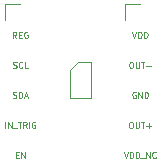
<source format=gbr>
%TF.GenerationSoftware,KiCad,Pcbnew,(6.0.1)*%
%TF.CreationDate,2022-04-14T01:05:28-05:00*%
%TF.ProjectId,DRV2605LDGSR,44525632-3630-4354-9c44-4753522e6b69,rev?*%
%TF.SameCoordinates,Original*%
%TF.FileFunction,Legend,Top*%
%TF.FilePolarity,Positive*%
%FSLAX46Y46*%
G04 Gerber Fmt 4.6, Leading zero omitted, Abs format (unit mm)*
G04 Created by KiCad (PCBNEW (6.0.1)) date 2022-04-14 01:05:28*
%MOMM*%
%LPD*%
G01*
G04 APERTURE LIST*
%ADD10C,0.125000*%
%ADD11C,0.120000*%
G04 APERTURE END LIST*
D10*
X153570952Y-69576190D02*
X153737619Y-70076190D01*
X153904285Y-69576190D01*
X154070952Y-70076190D02*
X154070952Y-69576190D01*
X154190000Y-69576190D01*
X154261428Y-69600000D01*
X154309047Y-69647619D01*
X154332857Y-69695238D01*
X154356666Y-69790476D01*
X154356666Y-69861904D01*
X154332857Y-69957142D01*
X154309047Y-70004761D01*
X154261428Y-70052380D01*
X154190000Y-70076190D01*
X154070952Y-70076190D01*
X154570952Y-70076190D02*
X154570952Y-69576190D01*
X154690000Y-69576190D01*
X154761428Y-69600000D01*
X154809047Y-69647619D01*
X154832857Y-69695238D01*
X154856666Y-69790476D01*
X154856666Y-69861904D01*
X154832857Y-69957142D01*
X154809047Y-70004761D01*
X154761428Y-70052380D01*
X154690000Y-70076190D01*
X154570952Y-70076190D01*
X154951904Y-70123809D02*
X155332857Y-70123809D01*
X155451904Y-70076190D02*
X155451904Y-69576190D01*
X155737619Y-70076190D01*
X155737619Y-69576190D01*
X156261428Y-70028571D02*
X156237619Y-70052380D01*
X156166190Y-70076190D01*
X156118571Y-70076190D01*
X156047142Y-70052380D01*
X155999523Y-70004761D01*
X155975714Y-69957142D01*
X155951904Y-69861904D01*
X155951904Y-69790476D01*
X155975714Y-69695238D01*
X155999523Y-69647619D01*
X156047142Y-69600000D01*
X156118571Y-69576190D01*
X156166190Y-69576190D01*
X156237619Y-69600000D01*
X156261428Y-69623809D01*
X154124003Y-67036190D02*
X154219241Y-67036190D01*
X154266860Y-67060000D01*
X154314479Y-67107619D01*
X154338288Y-67202857D01*
X154338288Y-67369523D01*
X154314479Y-67464761D01*
X154266860Y-67512380D01*
X154219241Y-67536190D01*
X154124003Y-67536190D01*
X154076384Y-67512380D01*
X154028765Y-67464761D01*
X154004955Y-67369523D01*
X154004955Y-67202857D01*
X154028765Y-67107619D01*
X154076384Y-67060000D01*
X154124003Y-67036190D01*
X154552574Y-67036190D02*
X154552574Y-67440952D01*
X154576384Y-67488571D01*
X154600193Y-67512380D01*
X154647812Y-67536190D01*
X154743050Y-67536190D01*
X154790669Y-67512380D01*
X154814479Y-67488571D01*
X154838288Y-67440952D01*
X154838288Y-67036190D01*
X155004955Y-67036190D02*
X155290669Y-67036190D01*
X155147812Y-67536190D02*
X155147812Y-67036190D01*
X155457336Y-67345714D02*
X155838288Y-67345714D01*
X155647812Y-67536190D02*
X155647812Y-67155238D01*
X154552574Y-64520000D02*
X154504955Y-64496190D01*
X154433527Y-64496190D01*
X154362098Y-64520000D01*
X154314479Y-64567619D01*
X154290669Y-64615238D01*
X154266860Y-64710476D01*
X154266860Y-64781904D01*
X154290669Y-64877142D01*
X154314479Y-64924761D01*
X154362098Y-64972380D01*
X154433527Y-64996190D01*
X154481146Y-64996190D01*
X154552574Y-64972380D01*
X154576384Y-64948571D01*
X154576384Y-64781904D01*
X154481146Y-64781904D01*
X154790669Y-64996190D02*
X154790669Y-64496190D01*
X155076384Y-64996190D01*
X155076384Y-64496190D01*
X155314479Y-64996190D02*
X155314479Y-64496190D01*
X155433527Y-64496190D01*
X155504955Y-64520000D01*
X155552574Y-64567619D01*
X155576384Y-64615238D01*
X155600193Y-64710476D01*
X155600193Y-64781904D01*
X155576384Y-64877142D01*
X155552574Y-64924761D01*
X155504955Y-64972380D01*
X155433527Y-64996190D01*
X155314479Y-64996190D01*
X154130476Y-61956190D02*
X154225714Y-61956190D01*
X154273333Y-61980000D01*
X154320952Y-62027619D01*
X154344761Y-62122857D01*
X154344761Y-62289523D01*
X154320952Y-62384761D01*
X154273333Y-62432380D01*
X154225714Y-62456190D01*
X154130476Y-62456190D01*
X154082857Y-62432380D01*
X154035238Y-62384761D01*
X154011428Y-62289523D01*
X154011428Y-62122857D01*
X154035238Y-62027619D01*
X154082857Y-61980000D01*
X154130476Y-61956190D01*
X154559047Y-61956190D02*
X154559047Y-62360952D01*
X154582857Y-62408571D01*
X154606666Y-62432380D01*
X154654285Y-62456190D01*
X154749523Y-62456190D01*
X154797142Y-62432380D01*
X154820952Y-62408571D01*
X154844761Y-62360952D01*
X154844761Y-61956190D01*
X155011428Y-61956190D02*
X155297142Y-61956190D01*
X155154285Y-62456190D02*
X155154285Y-61956190D01*
X155463809Y-62265714D02*
X155844761Y-62265714D01*
X154273333Y-59416190D02*
X154440000Y-59916190D01*
X154606666Y-59416190D01*
X154773333Y-59916190D02*
X154773333Y-59416190D01*
X154892380Y-59416190D01*
X154963809Y-59440000D01*
X155011428Y-59487619D01*
X155035238Y-59535238D01*
X155059047Y-59630476D01*
X155059047Y-59701904D01*
X155035238Y-59797142D01*
X155011428Y-59844761D01*
X154963809Y-59892380D01*
X154892380Y-59916190D01*
X154773333Y-59916190D01*
X155273333Y-59916190D02*
X155273333Y-59416190D01*
X155392380Y-59416190D01*
X155463809Y-59440000D01*
X155511428Y-59487619D01*
X155535238Y-59535238D01*
X155559047Y-59630476D01*
X155559047Y-59701904D01*
X155535238Y-59797142D01*
X155511428Y-59844761D01*
X155463809Y-59892380D01*
X155392380Y-59916190D01*
X155273333Y-59916190D01*
X144410952Y-69814285D02*
X144577619Y-69814285D01*
X144649047Y-70076190D02*
X144410952Y-70076190D01*
X144410952Y-69576190D01*
X144649047Y-69576190D01*
X144863333Y-70076190D02*
X144863333Y-69576190D01*
X145149047Y-70076190D01*
X145149047Y-69576190D01*
X143518095Y-67536190D02*
X143518095Y-67036190D01*
X143756190Y-67536190D02*
X143756190Y-67036190D01*
X144041904Y-67536190D01*
X144041904Y-67036190D01*
X144160952Y-67583809D02*
X144541904Y-67583809D01*
X144589523Y-67036190D02*
X144875238Y-67036190D01*
X144732380Y-67536190D02*
X144732380Y-67036190D01*
X145327619Y-67536190D02*
X145160952Y-67298095D01*
X145041904Y-67536190D02*
X145041904Y-67036190D01*
X145232380Y-67036190D01*
X145280000Y-67060000D01*
X145303809Y-67083809D01*
X145327619Y-67131428D01*
X145327619Y-67202857D01*
X145303809Y-67250476D01*
X145280000Y-67274285D01*
X145232380Y-67298095D01*
X145041904Y-67298095D01*
X145541904Y-67536190D02*
X145541904Y-67036190D01*
X146041904Y-67060000D02*
X145994285Y-67036190D01*
X145922857Y-67036190D01*
X145851428Y-67060000D01*
X145803809Y-67107619D01*
X145780000Y-67155238D01*
X145756190Y-67250476D01*
X145756190Y-67321904D01*
X145780000Y-67417142D01*
X145803809Y-67464761D01*
X145851428Y-67512380D01*
X145922857Y-67536190D01*
X145970476Y-67536190D01*
X146041904Y-67512380D01*
X146065714Y-67488571D01*
X146065714Y-67321904D01*
X145970476Y-67321904D01*
X144172857Y-64972380D02*
X144244285Y-64996190D01*
X144363333Y-64996190D01*
X144410952Y-64972380D01*
X144434761Y-64948571D01*
X144458571Y-64900952D01*
X144458571Y-64853333D01*
X144434761Y-64805714D01*
X144410952Y-64781904D01*
X144363333Y-64758095D01*
X144268095Y-64734285D01*
X144220476Y-64710476D01*
X144196666Y-64686666D01*
X144172857Y-64639047D01*
X144172857Y-64591428D01*
X144196666Y-64543809D01*
X144220476Y-64520000D01*
X144268095Y-64496190D01*
X144387142Y-64496190D01*
X144458571Y-64520000D01*
X144672857Y-64996190D02*
X144672857Y-64496190D01*
X144791904Y-64496190D01*
X144863333Y-64520000D01*
X144910952Y-64567619D01*
X144934761Y-64615238D01*
X144958571Y-64710476D01*
X144958571Y-64781904D01*
X144934761Y-64877142D01*
X144910952Y-64924761D01*
X144863333Y-64972380D01*
X144791904Y-64996190D01*
X144672857Y-64996190D01*
X145149047Y-64853333D02*
X145387142Y-64853333D01*
X145101428Y-64996190D02*
X145268095Y-64496190D01*
X145434761Y-64996190D01*
X144184761Y-62432380D02*
X144256190Y-62456190D01*
X144375238Y-62456190D01*
X144422857Y-62432380D01*
X144446666Y-62408571D01*
X144470476Y-62360952D01*
X144470476Y-62313333D01*
X144446666Y-62265714D01*
X144422857Y-62241904D01*
X144375238Y-62218095D01*
X144280000Y-62194285D01*
X144232380Y-62170476D01*
X144208571Y-62146666D01*
X144184761Y-62099047D01*
X144184761Y-62051428D01*
X144208571Y-62003809D01*
X144232380Y-61980000D01*
X144280000Y-61956190D01*
X144399047Y-61956190D01*
X144470476Y-61980000D01*
X144970476Y-62408571D02*
X144946666Y-62432380D01*
X144875238Y-62456190D01*
X144827619Y-62456190D01*
X144756190Y-62432380D01*
X144708571Y-62384761D01*
X144684761Y-62337142D01*
X144660952Y-62241904D01*
X144660952Y-62170476D01*
X144684761Y-62075238D01*
X144708571Y-62027619D01*
X144756190Y-61980000D01*
X144827619Y-61956190D01*
X144875238Y-61956190D01*
X144946666Y-61980000D01*
X144970476Y-62003809D01*
X145422857Y-62456190D02*
X145184761Y-62456190D01*
X145184761Y-61956190D01*
X144458571Y-59916190D02*
X144291904Y-59678095D01*
X144172857Y-59916190D02*
X144172857Y-59416190D01*
X144363333Y-59416190D01*
X144410952Y-59440000D01*
X144434761Y-59463809D01*
X144458571Y-59511428D01*
X144458571Y-59582857D01*
X144434761Y-59630476D01*
X144410952Y-59654285D01*
X144363333Y-59678095D01*
X144172857Y-59678095D01*
X144672857Y-59654285D02*
X144839523Y-59654285D01*
X144910952Y-59916190D02*
X144672857Y-59916190D01*
X144672857Y-59416190D01*
X144910952Y-59416190D01*
X145387142Y-59440000D02*
X145339523Y-59416190D01*
X145268095Y-59416190D01*
X145196666Y-59440000D01*
X145149047Y-59487619D01*
X145125238Y-59535238D01*
X145101428Y-59630476D01*
X145101428Y-59701904D01*
X145125238Y-59797142D01*
X145149047Y-59844761D01*
X145196666Y-59892380D01*
X145268095Y-59916190D01*
X145315714Y-59916190D01*
X145387142Y-59892380D01*
X145410952Y-59868571D01*
X145410952Y-59701904D01*
X145315714Y-59701904D01*
D11*
%TO.C,J2*%
X153610000Y-58420000D02*
X153610000Y-57090000D01*
X153610000Y-57090000D02*
X154940000Y-57090000D01*
%TO.C,J1*%
X143450000Y-58420000D02*
X143450000Y-57090000D01*
X143450000Y-57090000D02*
X144780000Y-57090000D01*
%TO.C,U1*%
X148959999Y-65049999D02*
X148959999Y-62675003D01*
X148959999Y-65049999D02*
X150760001Y-65049999D01*
X148959999Y-62675003D02*
X149685002Y-61950001D01*
X150760001Y-65049999D02*
X150760001Y-61950001D01*
X149685002Y-61950001D02*
X150760001Y-61950001D01*
%TD*%
M02*

</source>
